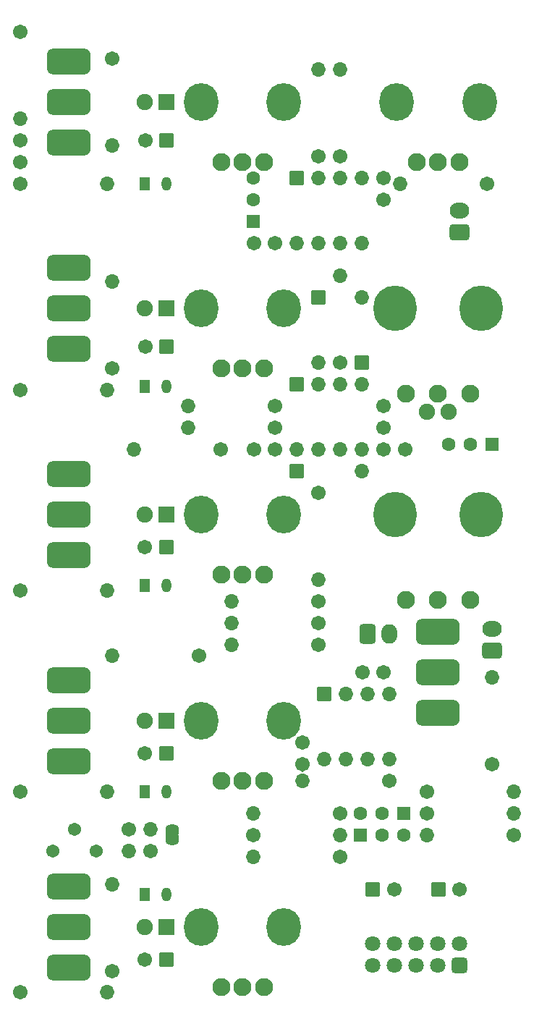
<source format=gbr>
G04 #@! TF.GenerationSoftware,KiCad,Pcbnew,(6.0.5)*
G04 #@! TF.CreationDate,2022-05-27T13:23:59-04:00*
G04 #@! TF.ProjectId,minidrone-rounded,6d696e69-6472-46f6-9e65-2d726f756e64,rev?*
G04 #@! TF.SameCoordinates,Original*
G04 #@! TF.FileFunction,Soldermask,Bot*
G04 #@! TF.FilePolarity,Negative*
%FSLAX46Y46*%
G04 Gerber Fmt 4.6, Leading zero omitted, Abs format (unit mm)*
G04 Created by KiCad (PCBNEW (6.0.5)) date 2022-05-27 13:23:59*
%MOMM*%
%LPD*%
G01*
G04 APERTURE LIST*
G04 Aperture macros list*
%AMRoundRect*
0 Rectangle with rounded corners*
0 $1 Rounding radius*
0 $2 $3 $4 $5 $6 $7 $8 $9 X,Y pos of 4 corners*
0 Add a 4 corners polygon primitive as box body*
4,1,4,$2,$3,$4,$5,$6,$7,$8,$9,$2,$3,0*
0 Add four circle primitives for the rounded corners*
1,1,$1+$1,$2,$3*
1,1,$1+$1,$4,$5*
1,1,$1+$1,$6,$7*
1,1,$1+$1,$8,$9*
0 Add four rect primitives between the rounded corners*
20,1,$1+$1,$2,$3,$4,$5,0*
20,1,$1+$1,$4,$5,$6,$7,0*
20,1,$1+$1,$6,$7,$8,$9,0*
20,1,$1+$1,$8,$9,$2,$3,0*%
%AMFreePoly0*
4,1,37,0.536062,0.786062,0.551000,0.750000,0.551000,-0.750000,0.536062,-0.786062,0.500000,-0.801000,0.000000,-0.801000,-0.012525,-0.795812,-0.080875,-0.794559,-0.095149,-0.792248,-0.230464,-0.749973,-0.243516,-0.743747,-0.361526,-0.665192,-0.372306,-0.655554,-0.463526,-0.547035,-0.471167,-0.534759,-0.528262,-0.405000,-0.532150,-0.391073,-0.549733,-0.256613,-0.548336,-0.256430,-0.551000,-0.250000,
-0.551000,0.250000,-0.550512,0.251179,-0.550356,0.263956,-0.528545,0.404033,-0.524317,0.417860,-0.464069,0.546185,-0.456130,0.558271,-0.362286,0.664529,-0.351274,0.673901,-0.231379,0.749549,-0.218180,0.755454,-0.081873,0.794411,-0.067546,0.796373,-0.011990,0.796033,0.000000,0.801000,0.500000,0.801000,0.536062,0.786062,0.536062,0.786062,$1*%
%AMFreePoly1*
4,1,37,0.012349,0.795885,0.074216,0.795507,0.088518,0.793370,0.224339,0.752751,0.237465,0.746685,0.356427,0.669578,0.367324,0.660073,0.459862,0.552676,0.467652,0.540494,0.526329,0.411442,0.530388,0.397563,0.550485,0.257230,0.551000,0.250000,0.551000,-0.250000,0.550996,-0.250622,0.550847,-0.262838,0.550144,-0.270677,0.526624,-0.410478,0.522228,-0.424254,0.460416,-0.551833,
0.452330,-0.563821,0.357195,-0.668925,0.346069,-0.678161,0.225259,-0.752338,0.211989,-0.758081,0.075216,-0.795370,0.060866,-0.797157,0.011464,-0.796251,0.000000,-0.801000,-0.500000,-0.801000,-0.536062,-0.786062,-0.551000,-0.750000,-0.551000,0.750000,-0.536062,0.786062,-0.500000,0.801000,0.000000,0.801000,0.012349,0.795885,0.012349,0.795885,$1*%
G04 Aperture macros list end*
%ADD10O,4.002000X4.402000*%
%ADD11C,2.102000*%
%ADD12O,5.102000X5.302000*%
%ADD13RoundRect,0.801000X-1.750000X-0.750000X1.750000X-0.750000X1.750000X0.750000X-1.750000X0.750000X0*%
%ADD14RoundRect,0.051000X0.900000X0.900000X-0.900000X0.900000X-0.900000X-0.900000X0.900000X-0.900000X0*%
%ADD15C,1.902000*%
%ADD16RoundRect,0.301000X-0.620000X-0.845000X0.620000X-0.845000X0.620000X0.845000X-0.620000X0.845000X0*%
%ADD17O,1.842000X2.292000*%
%ADD18C,1.702000*%
%ADD19O,1.702000X1.702000*%
%ADD20RoundRect,0.301000X0.845000X-0.620000X0.845000X0.620000X-0.845000X0.620000X-0.845000X-0.620000X0*%
%ADD21O,2.292000X1.842000*%
%ADD22RoundRect,0.051000X0.800000X0.800000X-0.800000X0.800000X-0.800000X-0.800000X0.800000X-0.800000X0*%
%ADD23FreePoly0,270.000000*%
%ADD24FreePoly1,270.000000*%
%ADD25RoundRect,0.051000X-0.525000X-0.750000X0.525000X-0.750000X0.525000X0.750000X-0.525000X0.750000X0*%
%ADD26O,1.152000X1.602000*%
%ADD27RoundRect,0.051000X-0.800000X0.800000X-0.800000X-0.800000X0.800000X-0.800000X0.800000X0.800000X0*%
%ADD28RoundRect,0.051000X-0.750000X-0.750000X0.750000X-0.750000X0.750000X0.750000X-0.750000X0.750000X0*%
%ADD29C,1.602000*%
%ADD30RoundRect,0.051000X-0.800000X-0.800000X0.800000X-0.800000X0.800000X0.800000X-0.800000X0.800000X0*%
%ADD31RoundRect,0.051000X0.750000X0.750000X-0.750000X0.750000X-0.750000X-0.750000X0.750000X-0.750000X0*%
%ADD32C,1.542000*%
%ADD33RoundRect,0.051000X0.750000X-0.750000X0.750000X0.750000X-0.750000X0.750000X-0.750000X-0.750000X0*%
%ADD34RoundRect,0.051000X0.800000X-0.800000X0.800000X0.800000X-0.800000X0.800000X-0.800000X-0.800000X0*%
%ADD35RoundRect,0.301000X0.600000X-0.600000X0.600000X0.600000X-0.600000X0.600000X-0.600000X-0.600000X0*%
%ADD36C,1.802000*%
G04 APERTURE END LIST*
D10*
X195335000Y-116820000D03*
X185635000Y-116820000D03*
D11*
X187985000Y-123820000D03*
X190485000Y-123820000D03*
X192985000Y-123820000D03*
D12*
X208310000Y-92710000D03*
X218410000Y-92710000D03*
D11*
X209610000Y-102710000D03*
X213360000Y-102710000D03*
X217110000Y-102710000D03*
D10*
X185635000Y-68560000D03*
X195335000Y-68560000D03*
D11*
X187985000Y-75560000D03*
X190485000Y-75560000D03*
X192985000Y-75560000D03*
D10*
X208510000Y-44450000D03*
X218210000Y-44450000D03*
D11*
X210860000Y-51450000D03*
X213360000Y-51450000D03*
X215860000Y-51450000D03*
D13*
X170165000Y-63810000D03*
X170165000Y-68560000D03*
X170165000Y-73310000D03*
D14*
X181595000Y-92690000D03*
D15*
X179055000Y-92690000D03*
D10*
X185635000Y-140950000D03*
X195335000Y-140950000D03*
D11*
X187985000Y-147950000D03*
X190485000Y-147950000D03*
X192985000Y-147950000D03*
D13*
X170165000Y-112070000D03*
X170165000Y-116820000D03*
X170165000Y-121570000D03*
D16*
X205105000Y-106700000D03*
D17*
X207645000Y-106700000D03*
D14*
X181595000Y-140950000D03*
D15*
X179055000Y-140950000D03*
D14*
X181610000Y-44430000D03*
D15*
X179070000Y-44430000D03*
D14*
X181595000Y-116820000D03*
D15*
X179055000Y-116820000D03*
D13*
X170165000Y-136200000D03*
X170165000Y-140950000D03*
X170165000Y-145700000D03*
X170165000Y-87940000D03*
X170165000Y-92690000D03*
X170165000Y-97440000D03*
D18*
X164465000Y-101600000D03*
D19*
X174625000Y-101600000D03*
D20*
X215900000Y-59690000D03*
D21*
X215900000Y-57150000D03*
D22*
X181570000Y-144780000D03*
D18*
X179070000Y-144780000D03*
X179695000Y-132075000D03*
D19*
X177155000Y-132075000D03*
D23*
X182235000Y-129525000D03*
D24*
X182235000Y-130825000D03*
D18*
X219710000Y-121920000D03*
D19*
X219710000Y-111760000D03*
D18*
X199390000Y-102870000D03*
D19*
X189230000Y-102870000D03*
D18*
X185420000Y-109220000D03*
D19*
X175260000Y-109220000D03*
D25*
X179070000Y-137160000D03*
D26*
X181610000Y-137160000D03*
D27*
X196850000Y-53340000D03*
D19*
X199390000Y-53340000D03*
X201930000Y-53340000D03*
X204470000Y-53340000D03*
X204470000Y-60960000D03*
X201930000Y-60960000D03*
X199390000Y-60960000D03*
X196850000Y-60960000D03*
D18*
X191770000Y-130175000D03*
D19*
X201930000Y-130175000D03*
D18*
X164465000Y-125095000D03*
D19*
X174625000Y-125095000D03*
D18*
X164450000Y-53955000D03*
D19*
X174610000Y-53955000D03*
D18*
X207010000Y-85090000D03*
X209510000Y-85090000D03*
X219075000Y-53975000D03*
D19*
X208915000Y-53975000D03*
D18*
X194320000Y-85090000D03*
X191820000Y-85090000D03*
X164465000Y-36195000D03*
D19*
X164465000Y-46355000D03*
D28*
X204250000Y-130175000D03*
D29*
X206790000Y-130175000D03*
X209330000Y-130175000D03*
D25*
X179070000Y-77745000D03*
D26*
X181610000Y-77745000D03*
D25*
X179070000Y-125095000D03*
D26*
X181610000Y-125095000D03*
D11*
X192985000Y-51430000D03*
X190485000Y-51430000D03*
X187985000Y-51430000D03*
D10*
X185635000Y-44430000D03*
X195335000Y-44430000D03*
D30*
X213400000Y-136525000D03*
D18*
X215900000Y-136525000D03*
X194310000Y-60960000D03*
X191810000Y-60960000D03*
D31*
X209330000Y-127635000D03*
D29*
X206790000Y-127635000D03*
X204250000Y-127635000D03*
D18*
X199390000Y-90170000D03*
D19*
X199390000Y-100330000D03*
D32*
X173355000Y-132080000D03*
X170815000Y-129540000D03*
X168275000Y-132080000D03*
D18*
X204490000Y-111125000D03*
X206990000Y-111125000D03*
D33*
X191770000Y-58420000D03*
D29*
X191770000Y-55880000D03*
X191770000Y-53340000D03*
D25*
X179070000Y-53975000D03*
D26*
X181610000Y-53975000D03*
D27*
X200035000Y-113675000D03*
D19*
X202575000Y-113675000D03*
X205115000Y-113675000D03*
X207655000Y-113675000D03*
X207655000Y-121295000D03*
X205115000Y-121295000D03*
X202575000Y-121295000D03*
X200035000Y-121295000D03*
D18*
X164465000Y-148590000D03*
D19*
X174625000Y-148590000D03*
D18*
X201930000Y-127635000D03*
D19*
X191770000Y-127635000D03*
D27*
X196850000Y-77470000D03*
D19*
X199390000Y-77470000D03*
X201930000Y-77470000D03*
X204470000Y-77470000D03*
X204470000Y-85090000D03*
X201930000Y-85090000D03*
X199390000Y-85090000D03*
X196850000Y-85090000D03*
D30*
X205740000Y-136525000D03*
D18*
X208240000Y-136525000D03*
D22*
X181595000Y-73005000D03*
D18*
X179095000Y-73005000D03*
X201930000Y-50800000D03*
D19*
X201930000Y-40640000D03*
D25*
X179070000Y-100965000D03*
D26*
X181610000Y-100965000D03*
D18*
X212090000Y-125095000D03*
D19*
X222250000Y-125095000D03*
D18*
X164465000Y-48935000D03*
X164465000Y-51435000D03*
D34*
X204470000Y-74930000D03*
D19*
X204470000Y-67310000D03*
D22*
X181610000Y-48895000D03*
D18*
X179110000Y-48895000D03*
X177155000Y-129535000D03*
D19*
X179695000Y-129535000D03*
D18*
X207010000Y-82530000D03*
X207010000Y-80030000D03*
D22*
X181545113Y-96520000D03*
D18*
X179045113Y-96520000D03*
X175260000Y-146125000D03*
D19*
X175260000Y-135965000D03*
D15*
X212090000Y-80645000D03*
X214630000Y-80645000D03*
D14*
X181595000Y-68560000D03*
D15*
X179055000Y-68560000D03*
D13*
X170165000Y-39680000D03*
X170165000Y-44430000D03*
X170165000Y-49180000D03*
X213345000Y-106375000D03*
X213345000Y-111125000D03*
X213345000Y-115875000D03*
D12*
X208310000Y-68580000D03*
X218410000Y-68580000D03*
D11*
X209610000Y-78580000D03*
X213360000Y-78580000D03*
X217110000Y-78580000D03*
D10*
X195335000Y-92690000D03*
X185635000Y-92690000D03*
D11*
X187985000Y-99690000D03*
X190485000Y-99690000D03*
X192985000Y-99690000D03*
D18*
X197485000Y-119400000D03*
X197485000Y-121900000D03*
X199390000Y-107950000D03*
D19*
X189230000Y-107950000D03*
D27*
X199390000Y-67310000D03*
D19*
X199390000Y-74930000D03*
D18*
X175245000Y-39350000D03*
D19*
X175245000Y-49510000D03*
D35*
X215900000Y-145415000D03*
D36*
X215900000Y-142875000D03*
X213360000Y-145415000D03*
X213360000Y-142875000D03*
X210820000Y-145415000D03*
X210820000Y-142875000D03*
X208280000Y-145415000D03*
X208280000Y-142875000D03*
X205740000Y-145415000D03*
X205740000Y-142875000D03*
D18*
X199390000Y-105410000D03*
D19*
X189230000Y-105410000D03*
D18*
X207000000Y-55840000D03*
X207000000Y-53340000D03*
D20*
X219710000Y-108585000D03*
D21*
X219710000Y-106045000D03*
D18*
X212090000Y-127635000D03*
D19*
X222250000Y-127635000D03*
D18*
X175260000Y-75565000D03*
D19*
X175260000Y-65405000D03*
D18*
X187960000Y-85090000D03*
D19*
X177800000Y-85090000D03*
D18*
X222250000Y-130175000D03*
D19*
X212090000Y-130175000D03*
D18*
X194310000Y-80010000D03*
D19*
X184150000Y-80010000D03*
D31*
X219710000Y-84455000D03*
D29*
X217170000Y-84455000D03*
X214630000Y-84455000D03*
D18*
X199390000Y-50800000D03*
D19*
X199390000Y-40640000D03*
D18*
X207645000Y-123825000D03*
D19*
X197485000Y-123825000D03*
D18*
X194310000Y-82550000D03*
D19*
X184150000Y-82550000D03*
D30*
X196850000Y-87630000D03*
D19*
X204470000Y-87630000D03*
D18*
X164465000Y-78105000D03*
D19*
X174625000Y-78105000D03*
D22*
X181570000Y-120650000D03*
D18*
X179070000Y-120650000D03*
X201930000Y-74930000D03*
D19*
X201930000Y-64770000D03*
D18*
X201930000Y-132715000D03*
D19*
X191770000Y-132715000D03*
G36*
X183001668Y-130071665D02*
G01*
X183002058Y-130073627D01*
X183001699Y-130074267D01*
X182958511Y-130125946D01*
X182949880Y-130194661D01*
X182979844Y-130257291D01*
X183000682Y-130275348D01*
X183001336Y-130277238D01*
X183000026Y-130278749D01*
X182998982Y-130278821D01*
X182984801Y-130276000D01*
X181485199Y-130276000D01*
X181470226Y-130278978D01*
X181468332Y-130278335D01*
X181467942Y-130276373D01*
X181468301Y-130275733D01*
X181511489Y-130224054D01*
X181520120Y-130155339D01*
X181490156Y-130092709D01*
X181469318Y-130074652D01*
X181468664Y-130072762D01*
X181469974Y-130071251D01*
X181471018Y-130071179D01*
X181485199Y-130074000D01*
X182984801Y-130074000D01*
X182999774Y-130071022D01*
X183001668Y-130071665D01*
G37*
G36*
X197688526Y-122720963D02*
G01*
X197688942Y-122722919D01*
X197687578Y-122724227D01*
X197633208Y-122739407D01*
X197632824Y-122739475D01*
X197618132Y-122740606D01*
X197553094Y-122765265D01*
X197511889Y-122820933D01*
X197507322Y-122890042D01*
X197540841Y-122950645D01*
X197599085Y-122982041D01*
X197600135Y-122983744D01*
X197599186Y-122985504D01*
X197597720Y-122985758D01*
X197573745Y-122980662D01*
X197396255Y-122980662D01*
X197362268Y-122987886D01*
X197360366Y-122987268D01*
X197359950Y-122985312D01*
X197361117Y-122984070D01*
X197424632Y-122958969D01*
X197465056Y-122902732D01*
X197468658Y-122833568D01*
X197434298Y-122773436D01*
X197379224Y-122744733D01*
X197378150Y-122743045D01*
X197379074Y-122741272D01*
X197380564Y-122741003D01*
X197396255Y-122744338D01*
X197573745Y-122744338D01*
X197686624Y-122720345D01*
X197688526Y-122720963D01*
G37*
M02*

</source>
